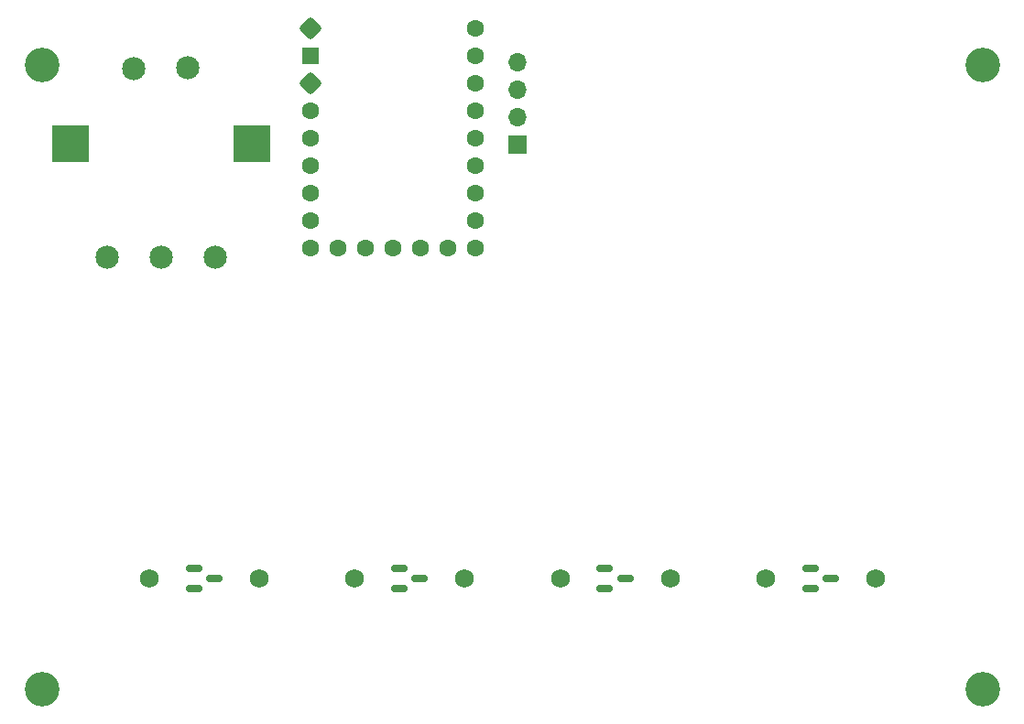
<source format=gbs>
G04 #@! TF.GenerationSoftware,KiCad,Pcbnew,8.0.1*
G04 #@! TF.CreationDate,2024-04-13T19:32:52-07:00*
G04 #@! TF.ProjectId,strellpad,73747265-6c6c-4706-9164-2e6b69636164,rev?*
G04 #@! TF.SameCoordinates,Original*
G04 #@! TF.FileFunction,Soldermask,Bot*
G04 #@! TF.FilePolarity,Negative*
%FSLAX46Y46*%
G04 Gerber Fmt 4.6, Leading zero omitted, Abs format (unit mm)*
G04 Created by KiCad (PCBNEW 8.0.1) date 2024-04-13 19:32:52*
%MOMM*%
%LPD*%
G01*
G04 APERTURE LIST*
G04 Aperture macros list*
%AMRoundRect*
0 Rectangle with rounded corners*
0 $1 Rounding radius*
0 $2 $3 $4 $5 $6 $7 $8 $9 X,Y pos of 4 corners*
0 Add a 4 corners polygon primitive as box body*
4,1,4,$2,$3,$4,$5,$6,$7,$8,$9,$2,$3,0*
0 Add four circle primitives for the rounded corners*
1,1,$1+$1,$2,$3*
1,1,$1+$1,$4,$5*
1,1,$1+$1,$6,$7*
1,1,$1+$1,$8,$9*
0 Add four rect primitives between the rounded corners*
20,1,$1+$1,$2,$3,$4,$5,0*
20,1,$1+$1,$4,$5,$6,$7,0*
20,1,$1+$1,$6,$7,$8,$9,0*
20,1,$1+$1,$8,$9,$2,$3,0*%
G04 Aperture macros list end*
%ADD10RoundRect,0.102000X-1.608000X-1.608000X1.608000X-1.608000X1.608000X1.608000X-1.608000X1.608000X0*%
%ADD11C,2.154000*%
%ADD12C,1.750000*%
%ADD13C,3.200000*%
%ADD14C,1.600000*%
%ADD15R,1.600000X1.600000*%
%ADD16RoundRect,0.300000X0.000000X-0.707107X0.707107X0.000000X0.000000X0.707107X-0.707107X0.000000X0*%
%ADD17R,1.700000X1.700000*%
%ADD18O,1.700000X1.700000*%
%ADD19RoundRect,0.150000X-0.587500X-0.150000X0.587500X-0.150000X0.587500X0.150000X-0.587500X0.150000X0*%
G04 APERTURE END LIST*
D10*
X94350000Y-100750000D03*
X111150000Y-100750000D03*
D11*
X97750000Y-111250000D03*
X102750000Y-111250000D03*
X107750000Y-111250000D03*
X100250000Y-93850000D03*
X105250000Y-93750000D03*
D12*
X101630000Y-141000000D03*
X111790000Y-141000000D03*
D13*
X178710000Y-93500000D03*
D12*
X120630000Y-141000000D03*
X130790000Y-141000000D03*
X139630000Y-141000000D03*
X149790000Y-141000000D03*
X158630000Y-141000000D03*
X168790000Y-141000000D03*
D14*
X131830000Y-90090000D03*
X131830000Y-92630000D03*
X131830000Y-95170000D03*
X131830000Y-97710000D03*
X131830000Y-100250000D03*
X131830000Y-102790000D03*
X131830000Y-105330000D03*
X131830000Y-107870000D03*
X131830000Y-110410000D03*
X129290000Y-110410000D03*
X126750000Y-110410000D03*
X124210000Y-110410000D03*
X121670000Y-110410000D03*
X119130000Y-110410000D03*
X116590000Y-110410000D03*
X116590000Y-107870000D03*
X116590000Y-105330000D03*
X116590000Y-102790000D03*
X116590000Y-100250000D03*
X116590000Y-97710000D03*
D15*
X116590000Y-92630000D03*
D16*
X116590000Y-95170000D03*
X116590000Y-90090000D03*
D17*
X135710000Y-100810000D03*
D18*
X135710000Y-98270000D03*
X135710000Y-95730000D03*
X135710000Y-93190000D03*
D13*
X178710000Y-151250000D03*
X91710000Y-93500000D03*
X91710000Y-151250000D03*
D19*
X124772500Y-141950000D03*
X124772500Y-140050000D03*
X126647500Y-141000000D03*
X105772500Y-141950000D03*
X105772500Y-140050000D03*
X107647500Y-141000000D03*
X143772500Y-141950000D03*
X143772500Y-140050000D03*
X145647500Y-141000000D03*
X162772500Y-141950000D03*
X162772500Y-140050000D03*
X164647500Y-141000000D03*
M02*

</source>
